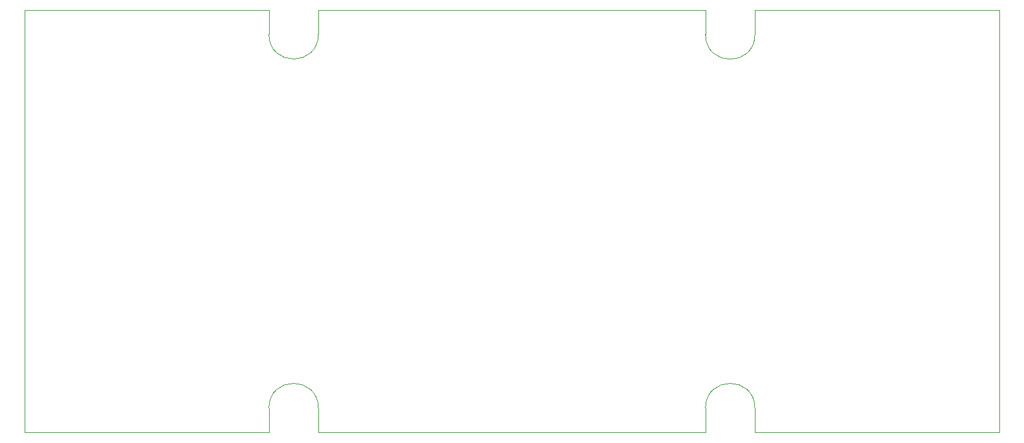
<source format=gbr>
%TF.GenerationSoftware,Altium Limited,Altium Designer,22.7.1 (60)*%
G04 Layer_Color=0*
%FSLAX43Y43*%
%MOMM*%
%TF.SameCoordinates,1608F762-6F3A-48E5-B14A-7665CB884DB8*%
%TF.FilePolarity,Positive*%
%TF.FileFunction,Profile,NP*%
%TF.Part,Single*%
G01*
G75*
%TA.AperFunction,Profile*%
%ADD57C,0.025*%
D57*
X32760Y0D02*
Y3235D01*
D02*
G02*
X39390Y3235I3315J0D01*
G01*
Y0D01*
X91270D01*
Y3235D01*
D02*
G02*
X97900Y3235I3315J0D01*
G01*
Y0D01*
X97905Y-25D01*
X130665D01*
Y56585D01*
X97905D01*
Y53350D01*
D02*
G02*
X91275Y53350I-3315J0D01*
G01*
Y56585D01*
X91270Y56610D01*
X39390D01*
Y53375D01*
D02*
G02*
X32760Y53375I-3315J0D01*
G01*
Y56610D01*
X0D01*
Y0D01*
X32760D01*
%TF.MD5,31327e8de5961ebcf533624802a661c8*%
M02*

</source>
